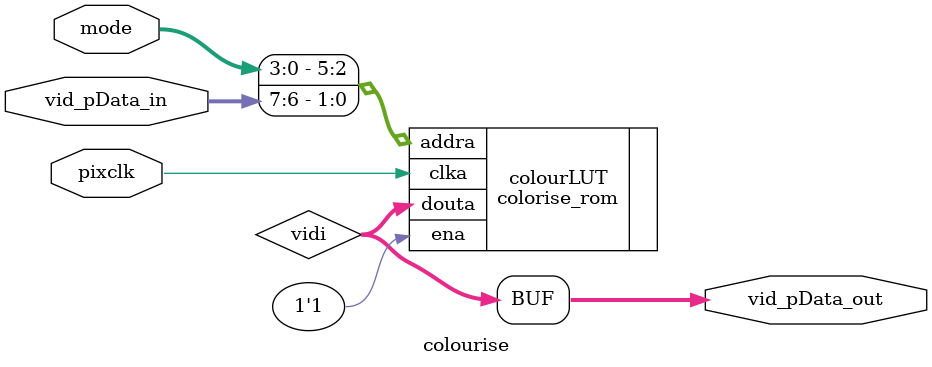
<source format=v>
`timescale 1ns / 1ps


module colourise(
        input [7:0] vid_pData_in, //luma data in
        input pixclk,
        input [3:0] mode,
        output [23:0] vid_pData_out //colour pixel data out
    );
    
    wire [23:0] vidi;
    reg [7:0] red;
    reg [7:0] green;
    reg [7:0] blue;

        //assign videoPozterize = vid_pData_in >> 6;
        
    colorise_rom colourLUT (.clka(pixclk),.ena(1'b1),.addra({mode, vid_pData_in[7:6]}),.douta(vidi));
    
        
    assign vid_pData_out = vidi;

//    always @ (vid_pData_in, mode) begin
//      case (mode)
//        3'b001 : //false colour 1
//        begin 
//         if ((vid_pData_in >=0) && (vid_pData_in<=50))
//            begin
//            red = 252; //colour red
//            green = 3;
//            blue = 3;
//            vid = {red, green, blue};
//            end
            
//        if ((vid_pData_in >=51) && (vid_pData_in<=100))
//            begin
//            red = 252; //colour yellow
//            green = 240;
//            blue = 3;
//            vid = {red, green, blue};
//            end
            
//        if ((vid_pData_in >=101) && (vid_pData_in<=150))
//            begin
//            red = 3; //colour green
//            green = 252;
//            blue = 107;
//            vid = {red, green, blue};
//            end
            
//        if ((vid_pData_in >=151) && (vid_pData_in<=200))
//            begin
//            red = 3; //colour blue
//            green = 198;
//            blue = 252;
//            vid = {red, green, blue};
//            end
            
//        if ((vid_pData_in >=201) && (vid_pData_in<=255))
//            begin
//            red = 219; //colour purple
//            green = 3;
//            blue = 252;
//            vid = {red, green, blue};
//            end
//        end
          
//        3'b010 : //false colour 2
//        begin 
//         if ((vid_pData_in >=0) && (vid_pData_in<=50))
//            begin
//            red = 252; //colour light pink
//            green = 226;
//            blue = 251;
//            vid = {red, green, blue};
//            end
            
//        if ((vid_pData_in >=51) && (vid_pData_in<=100))
//            begin
//            red = 254; //colour off white
//            green = 245;
//            blue = 238;
//            vid = {red, green, blue};
//            end
            
//        if ((vid_pData_in >=101) && (vid_pData_in<=150))
//            begin
//            red = 147; //colour purple
//            green = 37;
//            blue = 152;
//            vid = {red, green, blue};
//            end
            
//        if ((vid_pData_in >=151) && (vid_pData_in<=200))
//            begin
//            red = 301; //colour red
//            green = 19;
//            blue = 103;
//            vid = {red, green, blue};
//            end
            
//        if ((vid_pData_in >=201) && (vid_pData_in<=255))
//            begin
//            red = 56; //colour blue
//            green = 10;
//            blue = 138;
//            vid = {red, green, blue};
//            end
//        end
          
//        default :
//            begin
//                vid = {vid_pData_in, vid_pData_in, vid_pData_in};
//            end
                  
//      endcase
            
//    end
    
//    assign vid_pData_out = vid;
    
endmodule



</source>
